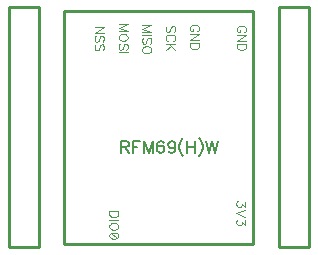
<source format=gbr>
G04 DipTrace 3.0.0.2*
G04 TopSilk.gbr*
%MOIN*%
G04 #@! TF.FileFunction,Legend,Top*
G04 #@! TF.Part,Single*
%ADD10C,0.009843*%
%ADD32C,0.004632*%
%ADD33C,0.006176*%
%FSLAX26Y26*%
G04*
G70*
G90*
G75*
G01*
G04 TopSilk*
%LPD*%
X390079Y438898D2*
D10*
Y1238898D1*
X490079Y438898D2*
X390079D1*
X490079D2*
Y1238898D1*
X390079D1*
X574499Y451462D2*
X1204420D1*
Y1227039D1*
X574499D1*
Y451462D1*
X1390079Y1238898D2*
Y438898D1*
X1290079Y1238898D2*
X1390079D1*
X1290079D2*
Y438898D1*
X1390079D1*
X763400Y774534D2*
D33*
X780600D1*
X786348Y776480D1*
X788294Y778381D1*
X790195Y782184D1*
Y786030D1*
X788294Y789833D1*
X786348Y791778D1*
X780600Y793680D1*
X763400D1*
Y753488D1*
X776798Y774534D2*
X790195Y753488D1*
X827440Y793680D2*
X802546D1*
Y753488D1*
Y774534D2*
X817845D1*
X870388Y753488D2*
Y793680D1*
X855090Y753488D1*
X839791Y793680D1*
Y753488D1*
X905688Y787932D2*
X903786Y791734D1*
X898038Y793636D1*
X894236D1*
X888488Y791734D1*
X884641Y785986D1*
X882740Y776436D1*
Y766885D1*
X884641Y759236D1*
X888488Y755389D1*
X894236Y753488D1*
X896137D1*
X901841Y755389D1*
X905688Y759236D1*
X907589Y764984D1*
Y766885D1*
X905688Y772633D1*
X901841Y776436D1*
X896137Y778337D1*
X894236D1*
X888488Y776436D1*
X884641Y772633D1*
X882740Y766885D1*
X944834Y780282D2*
X942888Y774534D1*
X939086Y770688D1*
X933338Y768786D1*
X931436D1*
X925688Y770688D1*
X921886Y774534D1*
X919940Y780282D1*
Y782184D1*
X921886Y787932D1*
X925688Y791734D1*
X931436Y793636D1*
X933338D1*
X939086Y791734D1*
X942888Y787932D1*
X944834Y780282D1*
Y770688D1*
X942888Y761137D1*
X939086Y755389D1*
X933338Y753488D1*
X929535D1*
X923787Y755389D1*
X921886Y759236D1*
X970582Y804159D2*
X966736Y800356D1*
X962933Y794608D1*
X959086Y786959D1*
X957185Y777364D1*
Y769715D1*
X959086Y760164D1*
X962933Y752515D1*
X966736Y746767D1*
X970582Y742964D1*
X982934Y793680D2*
Y753488D1*
X1009728Y793680D2*
Y753488D1*
X982934Y774534D2*
X1009728D1*
X1022080Y804159D2*
X1025927Y800356D1*
X1029729Y794608D1*
X1033576Y786959D1*
X1035477Y777364D1*
Y769715D1*
X1033576Y760164D1*
X1029729Y752515D1*
X1025927Y746767D1*
X1022080Y742964D1*
X1047829Y793680D2*
X1057423Y753488D1*
X1066974Y793680D1*
X1076525Y753488D1*
X1086119Y793680D1*
X1177567Y590828D2*
D32*
Y575076D1*
X1166093Y583665D1*
Y579354D1*
X1164667Y576502D1*
X1163241Y575076D1*
X1158930Y573617D1*
X1156078D1*
X1151767Y575076D1*
X1148882Y577928D1*
X1147456Y582239D1*
Y586550D1*
X1148882Y590828D1*
X1150341Y592254D1*
X1153193Y593713D1*
X1177600Y564353D2*
X1147456Y552879D1*
X1177600Y541405D1*
X1177567Y529257D2*
Y513505D1*
X1166093Y522094D1*
Y517783D1*
X1164667Y514931D1*
X1163241Y513505D1*
X1158930Y512046D1*
X1156078D1*
X1151767Y513505D1*
X1148882Y516357D1*
X1147456Y520668D1*
Y524979D1*
X1148882Y529257D1*
X1150341Y530683D1*
X1153193Y532142D1*
X754372Y559461D2*
X724228D1*
Y549413D1*
X725687Y545102D1*
X728539Y542217D1*
X731424Y540791D1*
X735702Y539365D1*
X742898D1*
X747209Y540791D1*
X750061Y542217D1*
X752946Y545102D1*
X754372Y549413D1*
Y559461D1*
Y530101D2*
X724228D1*
X754372Y512216D2*
X752946Y515101D1*
X750061Y517953D1*
X747209Y519412D1*
X742898Y520838D1*
X735702D1*
X731424Y519412D1*
X728539Y517953D1*
X725687Y515101D1*
X724228Y512216D1*
Y506479D1*
X725687Y503627D1*
X728539Y500742D1*
X731424Y499316D1*
X735702Y497890D1*
X742898D1*
X747209Y499316D1*
X750061Y500742D1*
X752946Y503627D1*
X754372Y506479D1*
Y512216D1*
X754339Y480004D2*
X752913Y484315D1*
X748602Y487200D1*
X741439Y488626D1*
X737128D1*
X729965Y487200D1*
X725654Y484315D1*
X724228Y480004D1*
Y477153D1*
X725654Y472841D1*
X729965Y469990D1*
X737128Y468530D1*
X741439D1*
X748602Y469990D1*
X752913Y472841D1*
X754339Y477152D1*
Y480004D1*
X748602Y469990D2*
X729965Y487200D1*
X1172800Y1156049D2*
X1175652Y1157475D1*
X1178537Y1160360D1*
X1179963Y1163212D1*
Y1168949D1*
X1178537Y1171834D1*
X1175652Y1174686D1*
X1172800Y1176145D1*
X1168489Y1177571D1*
X1161293D1*
X1157015Y1176145D1*
X1154130Y1174686D1*
X1151278Y1171834D1*
X1149819Y1168949D1*
Y1163212D1*
X1151278Y1160360D1*
X1154130Y1157475D1*
X1157015Y1156049D1*
X1161292D1*
Y1163212D1*
X1179963Y1126690D2*
X1149819D1*
X1179963Y1146786D1*
X1149819D1*
X1179963Y1117426D2*
X1149819D1*
Y1107378D1*
X1151278Y1103067D1*
X1154130Y1100182D1*
X1157015Y1098756D1*
X1161292Y1097330D1*
X1168489D1*
X1172800Y1098756D1*
X1175652Y1100182D1*
X1178537Y1103067D1*
X1179963Y1107378D1*
Y1117426D1*
X1016107Y1159199D2*
X1018959Y1160625D1*
X1021844Y1163510D1*
X1023270Y1166362D1*
Y1172099D1*
X1021844Y1174984D1*
X1018959Y1177836D1*
X1016107Y1179295D1*
X1011796Y1180721D1*
X1004600D1*
X1000322Y1179295D1*
X997437Y1177836D1*
X994585Y1174984D1*
X993126Y1172099D1*
Y1166362D1*
X994585Y1163510D1*
X997437Y1160625D1*
X1000322Y1159199D1*
X1004600D1*
Y1166362D1*
X1023270Y1129839D2*
X993126D1*
X1023270Y1149935D1*
X993126D1*
X1023270Y1120576D2*
X993126D1*
Y1110528D1*
X994585Y1106217D1*
X997437Y1103332D1*
X1000322Y1101906D1*
X1004600Y1100480D1*
X1011796D1*
X1016107Y1101906D1*
X1018959Y1103332D1*
X1021844Y1106217D1*
X1023270Y1110528D1*
Y1120576D1*
X705947Y1154326D2*
X675803D1*
X705947Y1174422D1*
X675803D1*
X701636Y1124966D2*
X704521Y1127818D1*
X705947Y1132129D1*
Y1137866D1*
X704521Y1142177D1*
X701636Y1145062D1*
X698784D1*
X695899Y1143603D1*
X694473Y1142177D1*
X693047Y1139325D1*
X690162Y1130703D1*
X688736Y1127818D1*
X687277Y1126392D1*
X684425Y1124966D1*
X680114D1*
X677262Y1127818D1*
X675803Y1132129D1*
Y1137866D1*
X677262Y1142177D1*
X680114Y1145062D1*
X701636Y1095607D2*
X704521Y1098458D1*
X705947Y1102769D1*
Y1108506D1*
X704521Y1112817D1*
X701636Y1115703D1*
X698784D1*
X695899Y1114243D1*
X694473Y1112817D1*
X693047Y1109966D1*
X690162Y1101344D1*
X688736Y1098458D1*
X687277Y1097032D1*
X684425Y1095607D1*
X680114D1*
X677262Y1098458D1*
X675803Y1102769D1*
Y1108506D1*
X677262Y1112817D1*
X680114Y1115703D1*
X755330Y1159741D2*
X785474D1*
X755330Y1171215D1*
X785474Y1182689D1*
X755330D1*
X785474Y1141856D2*
X784048Y1144741D1*
X781163Y1147593D1*
X778311Y1149052D1*
X774000Y1150478D1*
X766804D1*
X762526Y1149052D1*
X759641Y1147593D1*
X756789Y1144741D1*
X755330Y1141856D1*
Y1136119D1*
X756789Y1133267D1*
X759641Y1130382D1*
X762526Y1128956D1*
X766804Y1127530D1*
X774000D1*
X778311Y1128956D1*
X781163Y1130382D1*
X784048Y1133267D1*
X785474Y1136119D1*
Y1141856D1*
X781163Y1098170D2*
X784048Y1101022D1*
X785474Y1105333D1*
Y1111070D1*
X784048Y1115381D1*
X781163Y1118266D1*
X778311D1*
X775426Y1116807D1*
X774000Y1115381D1*
X772574Y1112529D1*
X769689Y1103907D1*
X768263Y1101022D1*
X766804Y1099596D1*
X763952Y1098170D1*
X759641D1*
X756789Y1101022D1*
X755330Y1105333D1*
Y1111070D1*
X756789Y1115381D1*
X759641Y1118266D1*
X785474Y1088907D2*
X755330D1*
X833677Y1156986D2*
X863821Y1156985D1*
X833677Y1168459D1*
X863821Y1179933D1*
X833677D1*
X863821Y1147722D2*
X833677D1*
X859510Y1118362D2*
X862395Y1121214D1*
X863821Y1125525D1*
Y1131262D1*
X862395Y1135573D1*
X859510Y1138458D1*
X856658D1*
X853773Y1136999D1*
X852347Y1135573D1*
X850921Y1132721D1*
X848036Y1124099D1*
X846610Y1121214D1*
X845151Y1119788D1*
X842299Y1118362D1*
X837988D1*
X835136Y1121214D1*
X833677Y1125525D1*
Y1131262D1*
X835136Y1135573D1*
X837988Y1138458D1*
X863821Y1100477D2*
X862395Y1103362D1*
X859510Y1106214D1*
X856658Y1107673D1*
X852347Y1109099D1*
X845151D1*
X840873Y1107673D1*
X837988Y1106214D1*
X835136Y1103362D1*
X833677Y1100477D1*
Y1094740D1*
X835136Y1091888D1*
X837988Y1089003D1*
X840873Y1087577D1*
X845151Y1086151D1*
X852347D1*
X856658Y1087577D1*
X859510Y1089003D1*
X862395Y1091888D1*
X863821Y1094740D1*
Y1100477D1*
X939037Y1157869D2*
X941922Y1160721D1*
X943348Y1165032D1*
Y1170769D1*
X941922Y1175080D1*
X939037Y1177965D1*
X936185D1*
X933300Y1176506D1*
X931874Y1175080D1*
X930448Y1172228D1*
X927563Y1163606D1*
X926137Y1160721D1*
X924678Y1159295D1*
X921826Y1157869D1*
X917515D1*
X914663Y1160721D1*
X913204Y1165032D1*
Y1170769D1*
X914663Y1175080D1*
X917515Y1177965D1*
X936185Y1127083D2*
X939037Y1128509D1*
X941922Y1131394D1*
X943348Y1134246D1*
Y1139983D1*
X941922Y1142868D1*
X939037Y1145720D1*
X936185Y1147179D1*
X931874Y1148605D1*
X924678D1*
X920400Y1147179D1*
X917515Y1145720D1*
X914663Y1142868D1*
X913204Y1139983D1*
Y1134246D1*
X914663Y1131394D1*
X917515Y1128509D1*
X920400Y1127083D1*
X943348Y1117820D2*
X913204D1*
X943348Y1097724D2*
X923252Y1117820D1*
X930448Y1110657D2*
X913204Y1097724D1*
M02*

</source>
